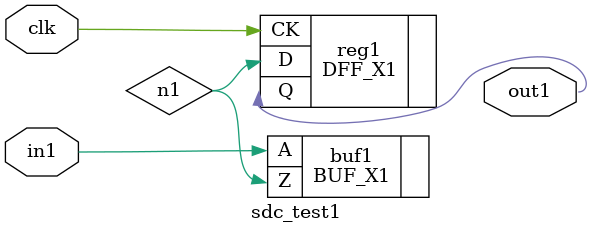
<source format=v>
module sdc_test1 (clk, in1, out1);
  input clk, in1;
  output out1;
  wire n1;

  BUF_X1 buf1 (.A(in1), .Z(n1));
  DFF_X1 reg1 (.D(n1), .CK(clk), .Q(out1));
endmodule

</source>
